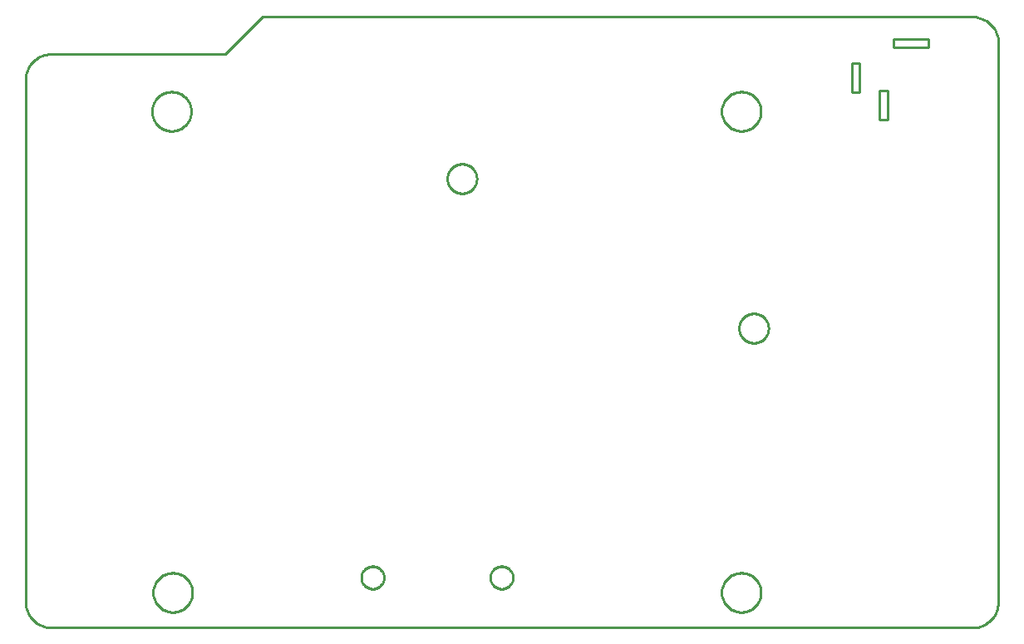
<source format=gbr>
G04 EAGLE Gerber X2 export*
%TF.Part,Single*%
%TF.FileFunction,Profile,NP*%
%TF.FilePolarity,Positive*%
%TF.GenerationSoftware,Autodesk,EAGLE,8.7.0*%
%TF.CreationDate,2018-11-07T17:36:19Z*%
G75*
%MOMM*%
%FSLAX34Y34*%
%LPD*%
%AMOC8*
5,1,8,0,0,1.08239X$1,22.5*%
G01*
%ADD10C,0.254000*%


D10*
X0Y25400D02*
X97Y23186D01*
X386Y20989D01*
X865Y18826D01*
X1532Y16713D01*
X2380Y14666D01*
X3403Y12700D01*
X4594Y10831D01*
X5942Y9073D01*
X7440Y7440D01*
X9073Y5942D01*
X10831Y4594D01*
X12700Y3403D01*
X14666Y2380D01*
X16713Y1532D01*
X18826Y865D01*
X20989Y386D01*
X23186Y97D01*
X25400Y0D01*
X965710Y0D01*
X967901Y118D01*
X970073Y426D01*
X972209Y923D01*
X974295Y1604D01*
X976313Y2464D01*
X978248Y3496D01*
X980086Y4694D01*
X981813Y6047D01*
X983416Y7545D01*
X984881Y9177D01*
X986199Y10931D01*
X987359Y12793D01*
X988352Y14749D01*
X989171Y16785D01*
X989809Y18883D01*
X990262Y21030D01*
X990527Y23208D01*
X990600Y25400D01*
X991110Y595530D01*
X990932Y597933D01*
X990545Y600312D01*
X989952Y602647D01*
X989158Y604923D01*
X988168Y607120D01*
X986991Y609222D01*
X985635Y611215D01*
X984111Y613081D01*
X982429Y614807D01*
X980604Y616380D01*
X978648Y617789D01*
X976578Y619021D01*
X974407Y620068D01*
X972154Y620922D01*
X969835Y621577D01*
X967467Y622026D01*
X965070Y622268D01*
X962660Y622300D01*
X241300Y622300D01*
X203100Y584100D01*
X25400Y584100D01*
X23190Y584008D01*
X20997Y583724D01*
X18837Y583249D01*
X16727Y582588D01*
X14682Y581746D01*
X12718Y580729D01*
X10851Y579544D01*
X9094Y578201D01*
X7460Y576711D01*
X5963Y575083D01*
X4613Y573331D01*
X3421Y571468D01*
X2396Y569509D01*
X1546Y567467D01*
X877Y565359D01*
X394Y563201D01*
X101Y561009D01*
X0Y558800D01*
X0Y25400D01*
X841700Y545100D02*
X849700Y545100D01*
X849700Y575100D01*
X841700Y575100D01*
X841700Y545100D01*
X884200Y591100D02*
X919200Y591100D01*
X919200Y599100D01*
X884200Y599100D01*
X884200Y591100D01*
X869700Y517100D02*
X877700Y517100D01*
X877700Y547100D01*
X869700Y547100D01*
X869700Y517100D01*
X169860Y34956D02*
X169787Y33749D01*
X169641Y32549D01*
X169423Y31360D01*
X169134Y30187D01*
X168775Y29033D01*
X168346Y27903D01*
X167850Y26801D01*
X167288Y25730D01*
X166663Y24696D01*
X165976Y23701D01*
X165231Y22750D01*
X164429Y21845D01*
X163575Y20991D01*
X162670Y20189D01*
X161719Y19444D01*
X160724Y18757D01*
X159690Y18132D01*
X158619Y17570D01*
X157517Y17074D01*
X156387Y16645D01*
X155233Y16286D01*
X154060Y15997D01*
X152871Y15779D01*
X151671Y15633D01*
X150464Y15560D01*
X149256Y15560D01*
X148049Y15633D01*
X146849Y15779D01*
X145660Y15997D01*
X144487Y16286D01*
X143333Y16645D01*
X142203Y17074D01*
X141101Y17570D01*
X140030Y18132D01*
X138996Y18757D01*
X138001Y19444D01*
X137050Y20189D01*
X136145Y20991D01*
X135291Y21845D01*
X134489Y22750D01*
X133744Y23701D01*
X133057Y24696D01*
X132432Y25730D01*
X131870Y26801D01*
X131374Y27903D01*
X130945Y29033D01*
X130586Y30187D01*
X130297Y31360D01*
X130079Y32549D01*
X129933Y33749D01*
X129860Y34956D01*
X129860Y36164D01*
X129933Y37371D01*
X130079Y38571D01*
X130297Y39760D01*
X130586Y40933D01*
X130945Y42087D01*
X131374Y43217D01*
X131870Y44319D01*
X132432Y45390D01*
X133057Y46424D01*
X133744Y47419D01*
X134489Y48370D01*
X135291Y49275D01*
X136145Y50129D01*
X137050Y50931D01*
X138001Y51676D01*
X138996Y52363D01*
X140030Y52988D01*
X141101Y53550D01*
X142203Y54046D01*
X143333Y54475D01*
X144487Y54834D01*
X145660Y55123D01*
X146849Y55341D01*
X148049Y55487D01*
X149256Y55560D01*
X150464Y55560D01*
X151671Y55487D01*
X152871Y55341D01*
X154060Y55123D01*
X155233Y54834D01*
X156387Y54475D01*
X157517Y54046D01*
X158619Y53550D01*
X159690Y52988D01*
X160724Y52363D01*
X161719Y51676D01*
X162670Y50931D01*
X163575Y50129D01*
X164429Y49275D01*
X165231Y48370D01*
X165976Y47419D01*
X166663Y46424D01*
X167288Y45390D01*
X167850Y44319D01*
X168346Y43217D01*
X168775Y42087D01*
X169134Y40933D01*
X169423Y39760D01*
X169641Y38571D01*
X169787Y37371D01*
X169860Y36164D01*
X169860Y34956D01*
X168590Y525176D02*
X168517Y523969D01*
X168371Y522769D01*
X168153Y521580D01*
X167864Y520407D01*
X167505Y519253D01*
X167076Y518123D01*
X166580Y517021D01*
X166018Y515950D01*
X165393Y514916D01*
X164706Y513921D01*
X163961Y512970D01*
X163159Y512065D01*
X162305Y511211D01*
X161400Y510409D01*
X160449Y509664D01*
X159454Y508977D01*
X158420Y508352D01*
X157349Y507790D01*
X156247Y507294D01*
X155117Y506865D01*
X153963Y506506D01*
X152790Y506217D01*
X151601Y505999D01*
X150401Y505853D01*
X149194Y505780D01*
X147986Y505780D01*
X146779Y505853D01*
X145579Y505999D01*
X144390Y506217D01*
X143217Y506506D01*
X142063Y506865D01*
X140933Y507294D01*
X139831Y507790D01*
X138760Y508352D01*
X137726Y508977D01*
X136731Y509664D01*
X135780Y510409D01*
X134875Y511211D01*
X134021Y512065D01*
X133219Y512970D01*
X132474Y513921D01*
X131787Y514916D01*
X131162Y515950D01*
X130600Y517021D01*
X130104Y518123D01*
X129675Y519253D01*
X129316Y520407D01*
X129027Y521580D01*
X128809Y522769D01*
X128663Y523969D01*
X128590Y525176D01*
X128590Y526384D01*
X128663Y527591D01*
X128809Y528791D01*
X129027Y529980D01*
X129316Y531153D01*
X129675Y532307D01*
X130104Y533437D01*
X130600Y534539D01*
X131162Y535610D01*
X131787Y536644D01*
X132474Y537639D01*
X133219Y538590D01*
X134021Y539495D01*
X134875Y540349D01*
X135780Y541151D01*
X136731Y541896D01*
X137726Y542583D01*
X138760Y543208D01*
X139831Y543770D01*
X140933Y544266D01*
X142063Y544695D01*
X143217Y545054D01*
X144390Y545343D01*
X145579Y545561D01*
X146779Y545707D01*
X147986Y545780D01*
X149194Y545780D01*
X150401Y545707D01*
X151601Y545561D01*
X152790Y545343D01*
X153963Y545054D01*
X155117Y544695D01*
X156247Y544266D01*
X157349Y543770D01*
X158420Y543208D01*
X159454Y542583D01*
X160449Y541896D01*
X161400Y541151D01*
X162305Y540349D01*
X163159Y539495D01*
X163961Y538590D01*
X164706Y537639D01*
X165393Y536644D01*
X166018Y535610D01*
X166580Y534539D01*
X167076Y533437D01*
X167505Y532307D01*
X167864Y531153D01*
X168153Y529980D01*
X168371Y528791D01*
X168517Y527591D01*
X168590Y526384D01*
X168590Y525176D01*
X748980Y525176D02*
X748907Y523969D01*
X748761Y522769D01*
X748543Y521580D01*
X748254Y520407D01*
X747895Y519253D01*
X747466Y518123D01*
X746970Y517021D01*
X746408Y515950D01*
X745783Y514916D01*
X745096Y513921D01*
X744351Y512970D01*
X743549Y512065D01*
X742695Y511211D01*
X741790Y510409D01*
X740839Y509664D01*
X739844Y508977D01*
X738810Y508352D01*
X737739Y507790D01*
X736637Y507294D01*
X735507Y506865D01*
X734353Y506506D01*
X733180Y506217D01*
X731991Y505999D01*
X730791Y505853D01*
X729584Y505780D01*
X728376Y505780D01*
X727169Y505853D01*
X725969Y505999D01*
X724780Y506217D01*
X723607Y506506D01*
X722453Y506865D01*
X721323Y507294D01*
X720221Y507790D01*
X719150Y508352D01*
X718116Y508977D01*
X717121Y509664D01*
X716170Y510409D01*
X715265Y511211D01*
X714411Y512065D01*
X713609Y512970D01*
X712864Y513921D01*
X712177Y514916D01*
X711552Y515950D01*
X710990Y517021D01*
X710494Y518123D01*
X710065Y519253D01*
X709706Y520407D01*
X709417Y521580D01*
X709199Y522769D01*
X709053Y523969D01*
X708980Y525176D01*
X708980Y526384D01*
X709053Y527591D01*
X709199Y528791D01*
X709417Y529980D01*
X709706Y531153D01*
X710065Y532307D01*
X710494Y533437D01*
X710990Y534539D01*
X711552Y535610D01*
X712177Y536644D01*
X712864Y537639D01*
X713609Y538590D01*
X714411Y539495D01*
X715265Y540349D01*
X716170Y541151D01*
X717121Y541896D01*
X718116Y542583D01*
X719150Y543208D01*
X720221Y543770D01*
X721323Y544266D01*
X722453Y544695D01*
X723607Y545054D01*
X724780Y545343D01*
X725969Y545561D01*
X727169Y545707D01*
X728376Y545780D01*
X729584Y545780D01*
X730791Y545707D01*
X731991Y545561D01*
X733180Y545343D01*
X734353Y545054D01*
X735507Y544695D01*
X736637Y544266D01*
X737739Y543770D01*
X738810Y543208D01*
X739844Y542583D01*
X740839Y541896D01*
X741790Y541151D01*
X742695Y540349D01*
X743549Y539495D01*
X744351Y538590D01*
X745096Y537639D01*
X745783Y536644D01*
X746408Y535610D01*
X746970Y534539D01*
X747466Y533437D01*
X747895Y532307D01*
X748254Y531153D01*
X748543Y529980D01*
X748761Y528791D01*
X748907Y527591D01*
X748980Y526384D01*
X748980Y525176D01*
X748980Y34956D02*
X748907Y33749D01*
X748761Y32549D01*
X748543Y31360D01*
X748254Y30187D01*
X747895Y29033D01*
X747466Y27903D01*
X746970Y26801D01*
X746408Y25730D01*
X745783Y24696D01*
X745096Y23701D01*
X744351Y22750D01*
X743549Y21845D01*
X742695Y20991D01*
X741790Y20189D01*
X740839Y19444D01*
X739844Y18757D01*
X738810Y18132D01*
X737739Y17570D01*
X736637Y17074D01*
X735507Y16645D01*
X734353Y16286D01*
X733180Y15997D01*
X731991Y15779D01*
X730791Y15633D01*
X729584Y15560D01*
X728376Y15560D01*
X727169Y15633D01*
X725969Y15779D01*
X724780Y15997D01*
X723607Y16286D01*
X722453Y16645D01*
X721323Y17074D01*
X720221Y17570D01*
X719150Y18132D01*
X718116Y18757D01*
X717121Y19444D01*
X716170Y20189D01*
X715265Y20991D01*
X714411Y21845D01*
X713609Y22750D01*
X712864Y23701D01*
X712177Y24696D01*
X711552Y25730D01*
X710990Y26801D01*
X710494Y27903D01*
X710065Y29033D01*
X709706Y30187D01*
X709417Y31360D01*
X709199Y32549D01*
X709053Y33749D01*
X708980Y34956D01*
X708980Y36164D01*
X709053Y37371D01*
X709199Y38571D01*
X709417Y39760D01*
X709706Y40933D01*
X710065Y42087D01*
X710494Y43217D01*
X710990Y44319D01*
X711552Y45390D01*
X712177Y46424D01*
X712864Y47419D01*
X713609Y48370D01*
X714411Y49275D01*
X715265Y50129D01*
X716170Y50931D01*
X717121Y51676D01*
X718116Y52363D01*
X719150Y52988D01*
X720221Y53550D01*
X721323Y54046D01*
X722453Y54475D01*
X723607Y54834D01*
X724780Y55123D01*
X725969Y55341D01*
X727169Y55487D01*
X728376Y55560D01*
X729584Y55560D01*
X730791Y55487D01*
X731991Y55341D01*
X733180Y55123D01*
X734353Y54834D01*
X735507Y54475D01*
X736637Y54046D01*
X737739Y53550D01*
X738810Y52988D01*
X739844Y52363D01*
X740839Y51676D01*
X741790Y50931D01*
X742695Y50129D01*
X743549Y49275D01*
X744351Y48370D01*
X745096Y47419D01*
X745783Y46424D01*
X746408Y45390D01*
X746970Y44319D01*
X747466Y43217D01*
X747895Y42087D01*
X748254Y40933D01*
X748543Y39760D01*
X748761Y38571D01*
X748907Y37371D01*
X748980Y36164D01*
X748980Y34956D01*
X169860Y34956D02*
X169787Y33749D01*
X169641Y32549D01*
X169423Y31360D01*
X169134Y30187D01*
X168775Y29033D01*
X168346Y27903D01*
X167850Y26801D01*
X167288Y25730D01*
X166663Y24696D01*
X165976Y23701D01*
X165231Y22750D01*
X164429Y21845D01*
X163575Y20991D01*
X162670Y20189D01*
X161719Y19444D01*
X160724Y18757D01*
X159690Y18132D01*
X158619Y17570D01*
X157517Y17074D01*
X156387Y16645D01*
X155233Y16286D01*
X154060Y15997D01*
X152871Y15779D01*
X151671Y15633D01*
X150464Y15560D01*
X149256Y15560D01*
X148049Y15633D01*
X146849Y15779D01*
X145660Y15997D01*
X144487Y16286D01*
X143333Y16645D01*
X142203Y17074D01*
X141101Y17570D01*
X140030Y18132D01*
X138996Y18757D01*
X138001Y19444D01*
X137050Y20189D01*
X136145Y20991D01*
X135291Y21845D01*
X134489Y22750D01*
X133744Y23701D01*
X133057Y24696D01*
X132432Y25730D01*
X131870Y26801D01*
X131374Y27903D01*
X130945Y29033D01*
X130586Y30187D01*
X130297Y31360D01*
X130079Y32549D01*
X129933Y33749D01*
X129860Y34956D01*
X129860Y36164D01*
X129933Y37371D01*
X130079Y38571D01*
X130297Y39760D01*
X130586Y40933D01*
X130945Y42087D01*
X131374Y43217D01*
X131870Y44319D01*
X132432Y45390D01*
X133057Y46424D01*
X133744Y47419D01*
X134489Y48370D01*
X135291Y49275D01*
X136145Y50129D01*
X137050Y50931D01*
X138001Y51676D01*
X138996Y52363D01*
X140030Y52988D01*
X141101Y53550D01*
X142203Y54046D01*
X143333Y54475D01*
X144487Y54834D01*
X145660Y55123D01*
X146849Y55341D01*
X148049Y55487D01*
X149256Y55560D01*
X150464Y55560D01*
X151671Y55487D01*
X152871Y55341D01*
X154060Y55123D01*
X155233Y54834D01*
X156387Y54475D01*
X157517Y54046D01*
X158619Y53550D01*
X159690Y52988D01*
X160724Y52363D01*
X161719Y51676D01*
X162670Y50931D01*
X163575Y50129D01*
X164429Y49275D01*
X165231Y48370D01*
X165976Y47419D01*
X166663Y46424D01*
X167288Y45390D01*
X167850Y44319D01*
X168346Y43217D01*
X168775Y42087D01*
X169134Y40933D01*
X169423Y39760D01*
X169641Y38571D01*
X169787Y37371D01*
X169860Y36164D01*
X169860Y34956D01*
X168590Y525176D02*
X168517Y523969D01*
X168371Y522769D01*
X168153Y521580D01*
X167864Y520407D01*
X167505Y519253D01*
X167076Y518123D01*
X166580Y517021D01*
X166018Y515950D01*
X165393Y514916D01*
X164706Y513921D01*
X163961Y512970D01*
X163159Y512065D01*
X162305Y511211D01*
X161400Y510409D01*
X160449Y509664D01*
X159454Y508977D01*
X158420Y508352D01*
X157349Y507790D01*
X156247Y507294D01*
X155117Y506865D01*
X153963Y506506D01*
X152790Y506217D01*
X151601Y505999D01*
X150401Y505853D01*
X149194Y505780D01*
X147986Y505780D01*
X146779Y505853D01*
X145579Y505999D01*
X144390Y506217D01*
X143217Y506506D01*
X142063Y506865D01*
X140933Y507294D01*
X139831Y507790D01*
X138760Y508352D01*
X137726Y508977D01*
X136731Y509664D01*
X135780Y510409D01*
X134875Y511211D01*
X134021Y512065D01*
X133219Y512970D01*
X132474Y513921D01*
X131787Y514916D01*
X131162Y515950D01*
X130600Y517021D01*
X130104Y518123D01*
X129675Y519253D01*
X129316Y520407D01*
X129027Y521580D01*
X128809Y522769D01*
X128663Y523969D01*
X128590Y525176D01*
X128590Y526384D01*
X128663Y527591D01*
X128809Y528791D01*
X129027Y529980D01*
X129316Y531153D01*
X129675Y532307D01*
X130104Y533437D01*
X130600Y534539D01*
X131162Y535610D01*
X131787Y536644D01*
X132474Y537639D01*
X133219Y538590D01*
X134021Y539495D01*
X134875Y540349D01*
X135780Y541151D01*
X136731Y541896D01*
X137726Y542583D01*
X138760Y543208D01*
X139831Y543770D01*
X140933Y544266D01*
X142063Y544695D01*
X143217Y545054D01*
X144390Y545343D01*
X145579Y545561D01*
X146779Y545707D01*
X147986Y545780D01*
X149194Y545780D01*
X150401Y545707D01*
X151601Y545561D01*
X152790Y545343D01*
X153963Y545054D01*
X155117Y544695D01*
X156247Y544266D01*
X157349Y543770D01*
X158420Y543208D01*
X159454Y542583D01*
X160449Y541896D01*
X161400Y541151D01*
X162305Y540349D01*
X163159Y539495D01*
X163961Y538590D01*
X164706Y537639D01*
X165393Y536644D01*
X166018Y535610D01*
X166580Y534539D01*
X167076Y533437D01*
X167505Y532307D01*
X167864Y531153D01*
X168153Y529980D01*
X168371Y528791D01*
X168517Y527591D01*
X168590Y526384D01*
X168590Y525176D01*
X748980Y525176D02*
X748907Y523969D01*
X748761Y522769D01*
X748543Y521580D01*
X748254Y520407D01*
X747895Y519253D01*
X747466Y518123D01*
X746970Y517021D01*
X746408Y515950D01*
X745783Y514916D01*
X745096Y513921D01*
X744351Y512970D01*
X743549Y512065D01*
X742695Y511211D01*
X741790Y510409D01*
X740839Y509664D01*
X739844Y508977D01*
X738810Y508352D01*
X737739Y507790D01*
X736637Y507294D01*
X735507Y506865D01*
X734353Y506506D01*
X733180Y506217D01*
X731991Y505999D01*
X730791Y505853D01*
X729584Y505780D01*
X728376Y505780D01*
X727169Y505853D01*
X725969Y505999D01*
X724780Y506217D01*
X723607Y506506D01*
X722453Y506865D01*
X721323Y507294D01*
X720221Y507790D01*
X719150Y508352D01*
X718116Y508977D01*
X717121Y509664D01*
X716170Y510409D01*
X715265Y511211D01*
X714411Y512065D01*
X713609Y512970D01*
X712864Y513921D01*
X712177Y514916D01*
X711552Y515950D01*
X710990Y517021D01*
X710494Y518123D01*
X710065Y519253D01*
X709706Y520407D01*
X709417Y521580D01*
X709199Y522769D01*
X709053Y523969D01*
X708980Y525176D01*
X708980Y526384D01*
X709053Y527591D01*
X709199Y528791D01*
X709417Y529980D01*
X709706Y531153D01*
X710065Y532307D01*
X710494Y533437D01*
X710990Y534539D01*
X711552Y535610D01*
X712177Y536644D01*
X712864Y537639D01*
X713609Y538590D01*
X714411Y539495D01*
X715265Y540349D01*
X716170Y541151D01*
X717121Y541896D01*
X718116Y542583D01*
X719150Y543208D01*
X720221Y543770D01*
X721323Y544266D01*
X722453Y544695D01*
X723607Y545054D01*
X724780Y545343D01*
X725969Y545561D01*
X727169Y545707D01*
X728376Y545780D01*
X729584Y545780D01*
X730791Y545707D01*
X731991Y545561D01*
X733180Y545343D01*
X734353Y545054D01*
X735507Y544695D01*
X736637Y544266D01*
X737739Y543770D01*
X738810Y543208D01*
X739844Y542583D01*
X740839Y541896D01*
X741790Y541151D01*
X742695Y540349D01*
X743549Y539495D01*
X744351Y538590D01*
X745096Y537639D01*
X745783Y536644D01*
X746408Y535610D01*
X746970Y534539D01*
X747466Y533437D01*
X747895Y532307D01*
X748254Y531153D01*
X748543Y529980D01*
X748761Y528791D01*
X748907Y527591D01*
X748980Y526384D01*
X748980Y525176D01*
X748980Y34956D02*
X748907Y33749D01*
X748761Y32549D01*
X748543Y31360D01*
X748254Y30187D01*
X747895Y29033D01*
X747466Y27903D01*
X746970Y26801D01*
X746408Y25730D01*
X745783Y24696D01*
X745096Y23701D01*
X744351Y22750D01*
X743549Y21845D01*
X742695Y20991D01*
X741790Y20189D01*
X740839Y19444D01*
X739844Y18757D01*
X738810Y18132D01*
X737739Y17570D01*
X736637Y17074D01*
X735507Y16645D01*
X734353Y16286D01*
X733180Y15997D01*
X731991Y15779D01*
X730791Y15633D01*
X729584Y15560D01*
X728376Y15560D01*
X727169Y15633D01*
X725969Y15779D01*
X724780Y15997D01*
X723607Y16286D01*
X722453Y16645D01*
X721323Y17074D01*
X720221Y17570D01*
X719150Y18132D01*
X718116Y18757D01*
X717121Y19444D01*
X716170Y20189D01*
X715265Y20991D01*
X714411Y21845D01*
X713609Y22750D01*
X712864Y23701D01*
X712177Y24696D01*
X711552Y25730D01*
X710990Y26801D01*
X710494Y27903D01*
X710065Y29033D01*
X709706Y30187D01*
X709417Y31360D01*
X709199Y32549D01*
X709053Y33749D01*
X708980Y34956D01*
X708980Y36164D01*
X709053Y37371D01*
X709199Y38571D01*
X709417Y39760D01*
X709706Y40933D01*
X710065Y42087D01*
X710494Y43217D01*
X710990Y44319D01*
X711552Y45390D01*
X712177Y46424D01*
X712864Y47419D01*
X713609Y48370D01*
X714411Y49275D01*
X715265Y50129D01*
X716170Y50931D01*
X717121Y51676D01*
X718116Y52363D01*
X719150Y52988D01*
X720221Y53550D01*
X721323Y54046D01*
X722453Y54475D01*
X723607Y54834D01*
X724780Y55123D01*
X725969Y55341D01*
X727169Y55487D01*
X728376Y55560D01*
X729584Y55560D01*
X730791Y55487D01*
X731991Y55341D01*
X733180Y55123D01*
X734353Y54834D01*
X735507Y54475D01*
X736637Y54046D01*
X737739Y53550D01*
X738810Y52988D01*
X739844Y52363D01*
X740839Y51676D01*
X741790Y50931D01*
X742695Y50129D01*
X743549Y49275D01*
X744351Y48370D01*
X745096Y47419D01*
X745783Y46424D01*
X746408Y45390D01*
X746970Y44319D01*
X747466Y43217D01*
X747895Y42087D01*
X748254Y40933D01*
X748543Y39760D01*
X748761Y38571D01*
X748907Y37371D01*
X748980Y36164D01*
X748980Y34956D01*
X726680Y305336D02*
X726756Y306404D01*
X726909Y307465D01*
X727137Y308512D01*
X727439Y309540D01*
X727813Y310544D01*
X728258Y311519D01*
X728772Y312459D01*
X729351Y313360D01*
X729993Y314218D01*
X730695Y315028D01*
X731452Y315785D01*
X732262Y316487D01*
X733120Y317129D01*
X734021Y317708D01*
X734961Y318222D01*
X735936Y318667D01*
X736940Y319041D01*
X737968Y319343D01*
X739015Y319571D01*
X740076Y319724D01*
X741144Y319800D01*
X742216Y319800D01*
X743284Y319724D01*
X744345Y319571D01*
X745392Y319343D01*
X746420Y319041D01*
X747424Y318667D01*
X748399Y318222D01*
X749339Y317708D01*
X750240Y317129D01*
X751098Y316487D01*
X751908Y315785D01*
X752665Y315028D01*
X753367Y314218D01*
X754009Y313360D01*
X754588Y312459D01*
X755102Y311519D01*
X755547Y310544D01*
X755921Y309540D01*
X756223Y308512D01*
X756451Y307465D01*
X756604Y306404D01*
X756680Y305336D01*
X756680Y304264D01*
X756604Y303196D01*
X756451Y302135D01*
X756223Y301088D01*
X755921Y300060D01*
X755547Y299056D01*
X755102Y298081D01*
X754588Y297141D01*
X754009Y296240D01*
X753367Y295382D01*
X752665Y294572D01*
X751908Y293815D01*
X751098Y293113D01*
X750240Y292471D01*
X749339Y291892D01*
X748399Y291378D01*
X747424Y290933D01*
X746420Y290559D01*
X745392Y290257D01*
X744345Y290029D01*
X743284Y289876D01*
X742216Y289800D01*
X741144Y289800D01*
X740076Y289876D01*
X739015Y290029D01*
X737968Y290257D01*
X736940Y290559D01*
X735936Y290933D01*
X734961Y291378D01*
X734021Y291892D01*
X733120Y292471D01*
X732262Y293113D01*
X731452Y293815D01*
X730695Y294572D01*
X729993Y295382D01*
X729351Y296240D01*
X728772Y297141D01*
X728258Y298081D01*
X727813Y299056D01*
X727439Y300060D01*
X727137Y301088D01*
X726909Y302135D01*
X726756Y303196D01*
X726680Y304264D01*
X726680Y305336D01*
X429500Y457736D02*
X429576Y458804D01*
X429729Y459865D01*
X429957Y460912D01*
X430259Y461940D01*
X430633Y462944D01*
X431078Y463919D01*
X431592Y464859D01*
X432171Y465760D01*
X432813Y466618D01*
X433515Y467428D01*
X434272Y468185D01*
X435082Y468887D01*
X435940Y469529D01*
X436841Y470108D01*
X437781Y470622D01*
X438756Y471067D01*
X439760Y471441D01*
X440788Y471743D01*
X441835Y471971D01*
X442896Y472124D01*
X443964Y472200D01*
X445036Y472200D01*
X446104Y472124D01*
X447165Y471971D01*
X448212Y471743D01*
X449240Y471441D01*
X450244Y471067D01*
X451219Y470622D01*
X452159Y470108D01*
X453060Y469529D01*
X453918Y468887D01*
X454728Y468185D01*
X455485Y467428D01*
X456187Y466618D01*
X456829Y465760D01*
X457408Y464859D01*
X457922Y463919D01*
X458367Y462944D01*
X458741Y461940D01*
X459043Y460912D01*
X459271Y459865D01*
X459424Y458804D01*
X459500Y457736D01*
X459500Y456664D01*
X459424Y455596D01*
X459271Y454535D01*
X459043Y453488D01*
X458741Y452460D01*
X458367Y451456D01*
X457922Y450481D01*
X457408Y449541D01*
X456829Y448640D01*
X456187Y447782D01*
X455485Y446972D01*
X454728Y446215D01*
X453918Y445513D01*
X453060Y444871D01*
X452159Y444292D01*
X451219Y443778D01*
X450244Y443333D01*
X449240Y442959D01*
X448212Y442657D01*
X447165Y442429D01*
X446104Y442276D01*
X445036Y442200D01*
X443964Y442200D01*
X442896Y442276D01*
X441835Y442429D01*
X440788Y442657D01*
X439760Y442959D01*
X438756Y443333D01*
X437781Y443778D01*
X436841Y444292D01*
X435940Y444871D01*
X435082Y445513D01*
X434272Y446215D01*
X433515Y446972D01*
X432813Y447782D01*
X432171Y448640D01*
X431592Y449541D01*
X431078Y450481D01*
X430633Y451456D01*
X430259Y452460D01*
X429957Y453488D01*
X429729Y454535D01*
X429576Y455596D01*
X429500Y456664D01*
X429500Y457736D01*
X364900Y50348D02*
X364829Y49447D01*
X364688Y48555D01*
X364477Y47676D01*
X364198Y46817D01*
X363852Y45982D01*
X363441Y45177D01*
X362969Y44406D01*
X362438Y43675D01*
X361851Y42988D01*
X361212Y42349D01*
X360525Y41762D01*
X359794Y41231D01*
X359023Y40759D01*
X358218Y40348D01*
X357383Y40002D01*
X356524Y39723D01*
X355645Y39512D01*
X354753Y39371D01*
X353852Y39300D01*
X352948Y39300D01*
X352047Y39371D01*
X351155Y39512D01*
X350276Y39723D01*
X349417Y40002D01*
X348582Y40348D01*
X347777Y40759D01*
X347006Y41231D01*
X346275Y41762D01*
X345588Y42349D01*
X344949Y42988D01*
X344362Y43675D01*
X343831Y44406D01*
X343359Y45177D01*
X342948Y45982D01*
X342602Y46817D01*
X342323Y47676D01*
X342112Y48555D01*
X341971Y49447D01*
X341900Y50348D01*
X341900Y51252D01*
X341971Y52153D01*
X342112Y53045D01*
X342323Y53924D01*
X342602Y54783D01*
X342948Y55618D01*
X343359Y56423D01*
X343831Y57194D01*
X344362Y57925D01*
X344949Y58612D01*
X345588Y59251D01*
X346275Y59838D01*
X347006Y60369D01*
X347777Y60841D01*
X348582Y61252D01*
X349417Y61598D01*
X350276Y61877D01*
X351155Y62088D01*
X352047Y62229D01*
X352948Y62300D01*
X353852Y62300D01*
X354753Y62229D01*
X355645Y62088D01*
X356524Y61877D01*
X357383Y61598D01*
X358218Y61252D01*
X359023Y60841D01*
X359794Y60369D01*
X360525Y59838D01*
X361212Y59251D01*
X361851Y58612D01*
X362438Y57925D01*
X362969Y57194D01*
X363441Y56423D01*
X363852Y55618D01*
X364198Y54783D01*
X364477Y53924D01*
X364688Y53045D01*
X364829Y52153D01*
X364900Y51252D01*
X364900Y50348D01*
X496300Y50348D02*
X496229Y49447D01*
X496088Y48555D01*
X495877Y47676D01*
X495598Y46817D01*
X495252Y45982D01*
X494841Y45177D01*
X494369Y44406D01*
X493838Y43675D01*
X493251Y42988D01*
X492612Y42349D01*
X491925Y41762D01*
X491194Y41231D01*
X490423Y40759D01*
X489618Y40348D01*
X488783Y40002D01*
X487924Y39723D01*
X487045Y39512D01*
X486153Y39371D01*
X485252Y39300D01*
X484348Y39300D01*
X483447Y39371D01*
X482555Y39512D01*
X481676Y39723D01*
X480817Y40002D01*
X479982Y40348D01*
X479177Y40759D01*
X478406Y41231D01*
X477675Y41762D01*
X476988Y42349D01*
X476349Y42988D01*
X475762Y43675D01*
X475231Y44406D01*
X474759Y45177D01*
X474348Y45982D01*
X474002Y46817D01*
X473723Y47676D01*
X473512Y48555D01*
X473371Y49447D01*
X473300Y50348D01*
X473300Y51252D01*
X473371Y52153D01*
X473512Y53045D01*
X473723Y53924D01*
X474002Y54783D01*
X474348Y55618D01*
X474759Y56423D01*
X475231Y57194D01*
X475762Y57925D01*
X476349Y58612D01*
X476988Y59251D01*
X477675Y59838D01*
X478406Y60369D01*
X479177Y60841D01*
X479982Y61252D01*
X480817Y61598D01*
X481676Y61877D01*
X482555Y62088D01*
X483447Y62229D01*
X484348Y62300D01*
X485252Y62300D01*
X486153Y62229D01*
X487045Y62088D01*
X487924Y61877D01*
X488783Y61598D01*
X489618Y61252D01*
X490423Y60841D01*
X491194Y60369D01*
X491925Y59838D01*
X492612Y59251D01*
X493251Y58612D01*
X493838Y57925D01*
X494369Y57194D01*
X494841Y56423D01*
X495252Y55618D01*
X495598Y54783D01*
X495877Y53924D01*
X496088Y53045D01*
X496229Y52153D01*
X496300Y51252D01*
X496300Y50348D01*
M02*

</source>
